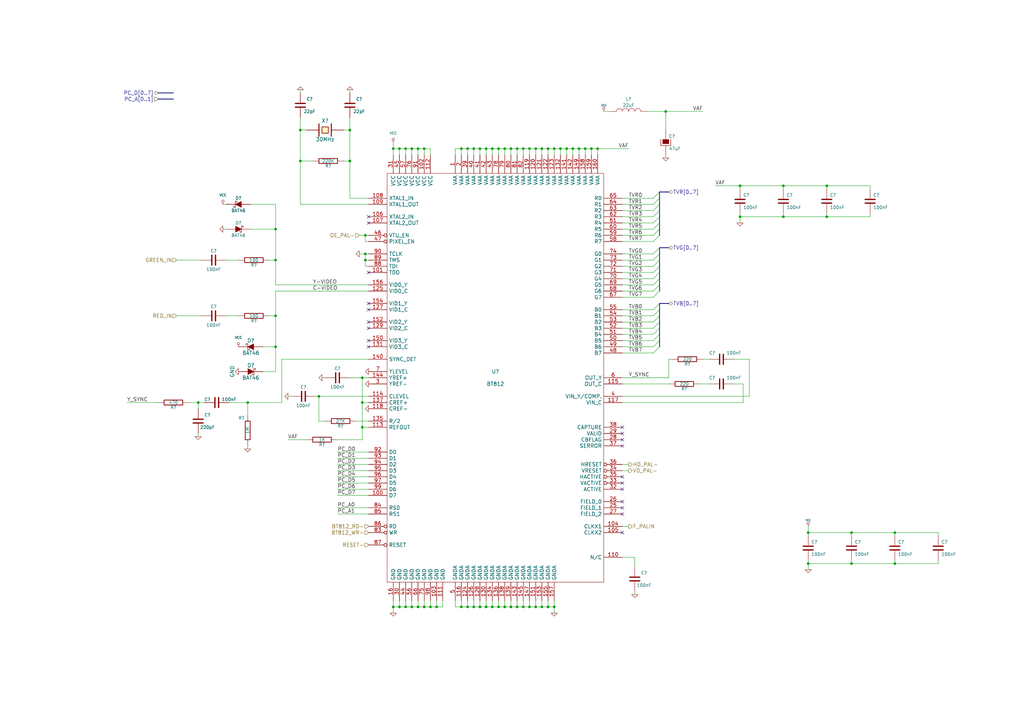
<source format=kicad_sch>
(kicad_sch (version 20250114) (generator "eeschema") (generator_version "9.0")
  (paper "A3")
  (title_block (title "Video") (date "Sun 22 Mar 2015") (rev "2.0B") (company "Kicad EDA"))
  (lib_symbols
    (symbol "video_schlib:BT812" (pin_names (offset 0.762))
      (property "Reference" "U" (at 47.498 85.09 0))
      (property "Value" "BT812" (at 31.242 -85.09 0))
      (symbol "BT812_1_1"
        (pin input line (at -52.07 73.66 0) (length 7.62) (name "XTAL1_IN") (number "108"))
        (pin output line (at -52.07 71.12 0) (length 7.62) (name "XTAL1_OUT") (number "109"))
        (pin input line (at -52.07 66.04 0) (length 7.62) (name "XTAL2_IN") (number "106"))
        (pin output line (at -52.07 63.5 0) (length 7.62) (name "XTAL2_OUT") (number "107"))
        (pin input inverted (at -52.07 58.42 0) (length 7.62) (name "VTU_EN") (number "46"))
        (pin input inverted (at -52.07 55.88 0) (length 7.62) (name "PIXEL_EN") (number "47"))
        (pin input line (at -52.07 50.8 0) (length 7.62) (name "TCLK") (number "90"))
        (pin input line (at -52.07 48.26 0) (length 7.62) (name "TMS") (number "89"))
        (pin input line (at -52.07 45.72 0) (length 7.62) (name "TDI") (number "88"))
        (pin output line (at -52.07 43.18 0) (length 7.62) (name "TDO") (number "101"))
        (pin input line (at -52.07 38.1 0) (length 7.62) (name "VID0_Y") (number "156"))
        (pin input line (at -52.07 35.56 0) (length 7.62) (name "VID0_C") (number "125"))
        (pin input line (at -52.07 30.48 0) (length 7.62) (name "VID1_Y") (number "154"))
        (pin input line (at -52.07 27.94 0) (length 7.62) (name "VID1_C") (number "127"))
        (pin input line (at -52.07 22.86 0) (length 7.62) (name "VID2_Y") (number "152"))
        (pin input line (at -52.07 20.32 0) (length 7.62) (name "VID2_C") (number "129"))
        (pin input line (at -52.07 15.24 0) (length 7.62) (name "VID3_Y") (number "150"))
        (pin input line (at -52.07 12.7 0) (length 7.62) (name "VID3_C") (number "131"))
        (pin input line (at -52.07 7.62 0) (length 7.62) (name "SYNC_DET") (number "140"))
        (pin input line (at -52.07 2.54 0) (length 7.62) (name "YLEVEL") (number "7"))
        (pin input line (at -52.07 0 0) (length 7.62) (name "YREF+") (number "144"))
        (pin input line (at -52.07 -2.54 0) (length 7.62) (name "YREF-") (number "3"))
        (pin input line (at -52.07 -7.62 0) (length 7.62) (name "CLEVEL") (number "114"))
        (pin input line (at -52.07 -10.16 0) (length 7.62) (name "CREF+") (number "137"))
        (pin input line (at -52.07 -12.7 0) (length 7.62) (name "CREF-") (number "118"))
        (pin input line (at -52.07 -17.78 0) (length 7.62) (name "R/2") (number "135"))
        (pin output line (at -52.07 -20.32 0) (length 7.62) (name "REFOUT") (number "113"))
        (pin tri_state line (at -52.07 -30.48 0) (length 7.62) (name "D0") (number "92"))
        (pin tri_state line (at -52.07 -33.02 0) (length 7.62) (name "D1") (number "93"))
        (pin tri_state line (at -52.07 -35.56 0) (length 7.62) (name "D2") (number "94"))
        (pin tri_state line (at -52.07 -38.1 0) (length 7.62) (name "D3") (number "95"))
        (pin tri_state line (at -52.07 -40.64 0) (length 7.62) (name "D4") (number "96"))
        (pin tri_state line (at -52.07 -43.18 0) (length 7.62) (name "D5") (number "97"))
        (pin tri_state line (at -52.07 -45.72 0) (length 7.62) (name "D6") (number "99"))
        (pin tri_state line (at -52.07 -48.26 0) (length 7.62) (name "D7") (number "100"))
        (pin input line (at -52.07 -53.34 0) (length 7.62) (name "RS0") (number "84"))
        (pin input line (at -52.07 -55.88 0) (length 7.62) (name "RS1") (number "85"))
        (pin input inverted (at -52.07 -60.96 0) (length 7.62) (name "RD") (number "86"))
        (pin input inverted (at -52.07 -63.5 0) (length 7.62) (name "WR") (number "83"))
        (pin input inverted (at -52.07 -68.58 0) (length 7.62) (name "RESET") (number "87"))
        (pin input line (at -41.91 91.44 270) (length 7.62) (name "VCC") (number "31"))
        (pin input line (at -41.91 -91.44 90) (length 7.62) (name "GND") (number "16"))
        (pin input line (at -39.37 91.44 270) (length 7.62) (name "VCC") (number "45"))
        (pin input line (at -39.37 -91.44 90) (length 7.62) (name "GND") (number "30"))
        (pin input line (at -36.83 91.44 270) (length 7.62) (name "VCC") (number "57"))
        (pin input line (at -36.83 -91.44 90) (length 7.62) (name "GND") (number "44"))
        (pin input line (at -34.29 91.44 270) (length 7.62) (name "VCC") (number "76"))
        (pin input line (at -34.29 -91.44 90) (length 7.62) (name "GND") (number "56"))
        (pin passive line (at -31.75 91.44 270) (length 7.62) (name "VCC") (number "91"))
        (pin input line (at -31.75 -91.44 90) (length 7.62) (name "GND") (number "66"))
        (pin input line (at -29.21 91.44 270) (length 7.62) (name "VCC") (number "102"))
        (pin input line (at -29.21 -91.44 90) (length 7.62) (name "GND") (number "75"))
        (pin input line (at -26.67 91.44 270) (length 7.62) (name "VCC") (number "112"))
        (pin input line (at -26.67 -91.44 90) (length 7.62) (name "GND") (number "98"))
        (pin input line (at -24.13 -91.44 90) (length 7.62) (name "GND") (number "103"))
        (pin input line (at -21.59 -91.44 90) (length 7.62) (name "GND") (number "111"))
        (pin input line (at -16.51 91.44 270) (length 7.62) (name "VAA") (number "1"))
        (pin input line (at -16.51 -91.44 90) (length 7.62) (name "GNDA") (number "5"))
        (pin input line (at -13.97 91.44 270) (length 7.62) (name "VAA") (number "2"))
        (pin input line (at -13.97 -91.44 90) (length 7.62) (name "GNDA") (number "116"))
        (pin input line (at -11.43 91.44 270) (length 7.62) (name "VAA") (number "39"))
        (pin input line (at -11.43 -91.44 90) (length 7.62) (name "GNDA") (number "124"))
        (pin input line (at -8.89 91.44 270) (length 7.62) (name "VAA") (number "40"))
        (pin input line (at -8.89 -91.44 90) (length 7.62) (name "GNDA") (number "126"))
        (pin input line (at -6.35 91.44 270) (length 7.62) (name "VAA") (number "41"))
        (pin input line (at -6.35 -91.44 90) (length 7.62) (name "GNDA") (number "128"))
        (pin input line (at -3.81 91.44 270) (length 7.62) (name "VAA") (number "42"))
        (pin input line (at -3.81 -91.44 90) (length 7.62) (name "GNDA") (number "130"))
        (pin input line (at -1.27 91.44 270) (length 7.62) (name "VAA") (number "43"))
        (pin input line (at -1.27 -91.44 90) (length 7.62) (name "GNDA") (number "134"))
        (pin input line (at 1.27 91.44 270) (length 7.62) (name "VAA") (number "78"))
        (pin input line (at 1.27 -91.44 90) (length 7.62) (name "GNDA") (number "136"))
        (pin input line (at 3.81 91.44 270) (length 7.62) (name "VAA") (number "79"))
        (pin input line (at 3.81 -91.44 90) (length 7.62) (name "GNDA") (number "138"))
        (pin input line (at 6.35 91.44 270) (length 7.62) (name "VAA") (number "80"))
        (pin input line (at 6.35 -91.44 90) (length 7.62) (name "GNDA") (number "139"))
        (pin input line (at 8.89 91.44 270) (length 7.62) (name "VAA") (number "81"))
        (pin input line (at 8.89 -91.44 90) (length 7.62) (name "GNDA") (number "143"))
        (pin input line (at 11.43 91.44 270) (length 7.62) (name "VAA") (number "82"))
        (pin input line (at 11.43 -91.44 90) (length 7.62) (name "GNDA") (number "145"))
        (pin input line (at 13.97 91.44 270) (length 7.62) (name "VAA") (number "119"))
        (pin input line (at 13.97 -91.44 90) (length 7.62) (name "GNDA") (number "147"))
        (pin input line (at 16.51 91.44 270) (length 7.62) (name "VAA") (number "120"))
        (pin input line (at 16.51 -91.44 90) (length 7.62) (name "GNDA") (number "151"))
        (pin input line (at 19.05 91.44 270) (length 7.62) (name "VAA") (number "121"))
        (pin input line (at 19.05 -91.44 90) (length 7.62) (name "GNDA") (number "153"))
        (pin input line (at 21.59 91.44 270) (length 7.62) (name "VAA") (number "122"))
        (pin input line (at 21.59 -91.44 90) (length 7.62) (name "GNDA") (number "155"))
        (pin passive line (at 24.13 91.44 270) (length 7.62) (name "VAA") (number "123"))
        (pin input line (at 24.13 -91.44 90) (length 7.62) (name "GNDA") (number "157"))
        (pin input line (at 26.67 91.44 270) (length 7.62) (name "VAA") (number "132"))
        (pin input line (at 29.21 91.44 270) (length 7.62) (name "VAA") (number "141"))
        (pin input line (at 31.75 91.44 270) (length 7.62) (name "VAA") (number "142"))
        (pin input line (at 34.29 91.44 270) (length 7.62) (name "VAA") (number "149"))
        (pin input line (at 36.83 91.44 270) (length 7.62) (name "VAA") (number "158"))
        (pin input line (at 39.37 91.44 270) (length 7.62) (name "VAA") (number "159"))
        (pin input line (at 41.91 91.44 270) (length 7.62) (name "VAA") (number "160"))
        (pin tri_state line (at 52.07 73.66 180) (length 7.62) (name "R0") (number "65"))
        (pin tri_state line (at 52.07 71.12 180) (length 7.62) (name "R1") (number "64"))
        (pin tri_state line (at 52.07 68.58 180) (length 7.62) (name "R2") (number "63"))
        (pin tri_state line (at 52.07 66.04 180) (length 7.62) (name "R3") (number "62"))
        (pin tri_state line (at 52.07 63.5 180) (length 7.62) (name "R4") (number "61"))
        (pin tri_state line (at 52.07 60.96 180) (length 7.62) (name "R5") (number "60"))
        (pin tri_state line (at 52.07 58.42 180) (length 7.62) (name "R6") (number "59"))
        (pin tri_state line (at 52.07 55.88 180) (length 7.62) (name "R7") (number "58"))
        (pin tri_state line (at 52.07 50.8 180) (length 7.62) (name "G0") (number "74"))
        (pin tri_state line (at 52.07 48.26 180) (length 7.62) (name "G1") (number "73"))
        (pin tri_state line (at 52.07 45.72 180) (length 7.62) (name "G2") (number "72"))
        (pin tri_state line (at 52.07 43.18 180) (length 7.62) (name "G3") (number "71"))
        (pin tri_state line (at 52.07 40.64 180) (length 7.62) (name "G4") (number "70"))
        (pin tri_state line (at 52.07 38.1 180) (length 7.62) (name "G5") (number "69"))
        (pin tri_state line (at 52.07 35.56 180) (length 7.62) (name "G6") (number "68"))
        (pin tri_state line (at 52.07 33.02 180) (length 7.62) (name "G7") (number "67"))
        (pin tri_state line (at 52.07 27.94 180) (length 7.62) (name "B0") (number "55"))
        (pin tri_state line (at 52.07 25.4 180) (length 7.62) (name "B1") (number "54"))
        (pin tri_state line (at 52.07 22.86 180) (length 7.62) (name "B2") (number "53"))
        (pin tri_state line (at 52.07 20.32 180) (length 7.62) (name "B3") (number "52"))
        (pin tri_state line (at 52.07 17.78 180) (length 7.62) (name "B4") (number "51"))
        (pin tri_state line (at 52.07 15.24 180) (length 7.62) (name "B5") (number "50"))
        (pin tri_state line (at 52.07 12.7 180) (length 7.62) (name "B6") (number "49"))
        (pin tri_state line (at 52.07 10.16 180) (length 7.62) (name "B7") (number "48"))
        (pin output line (at 52.07 0 180) (length 7.62) (name "OUT_Y") (number "6"))
        (pin output line (at 52.07 -2.54 180) (length 7.62) (name "OUT_C") (number "115"))
        (pin input line (at 52.07 -7.62 180) (length 7.62) (name "VIN_Y/COMP.") (number "4"))
        (pin input line (at 52.07 -10.16 180) (length 7.62) (name "VIN_C") (number "117"))
        (pin output line (at 52.07 -20.32 180) (length 7.62) (name "CAPTURE") (number "38"))
        (pin output line (at 52.07 -22.86 180) (length 7.62) (name "VALID") (number "29"))
        (pin output line (at 52.07 -25.4 180) (length 7.62) (name "CBFLAG") (number "28"))
        (pin output line (at 52.07 -27.94 180) (length 7.62) (name "SERROR") (number "37"))
        (pin output inverted (at 52.07 -35.56 180) (length 7.62) (name "HRESET") (number "36"))
        (pin output inverted (at 52.07 -38.1 180) (length 7.62) (name "VRESET") (number "34"))
        (pin output inverted (at 52.07 -40.64 180) (length 7.62) (name "HACTIVE") (number "35"))
        (pin output inverted (at 52.07 -43.18 180) (length 7.62) (name "VACTIVE") (number "33"))
        (pin output line (at 52.07 -45.72 180) (length 7.62) (name "ACTIVE") (number "32"))
        (pin bidirectional line (at 52.07 -50.8 180) (length 7.62) (name "FIELD_0") (number "26"))
        (pin bidirectional line (at 52.07 -53.34 180) (length 7.62) (name "FIELD_1") (number "25"))
        (pin output line (at 52.07 -55.88 180) (length 7.62) (name "FIELD_2") (number "27"))
        (pin output line (at 52.07 -60.96 180) (length 7.62) (name "CLKX1") (number "104"))
        (pin output line (at 52.07 -63.5 180) (length 7.62) (name "CLKX2") (number "105"))
        (pin input line (at 52.07 -73.66 180) (length 7.62) (name "N/C") (number "110"))
      )
    )
    (symbol "video_schlib:C" (pin_numbers (hide yes)) (pin_names (offset 0.254))
      (property "Reference" "C" (at 0 2.54 0))
      (property "Value" "C" (at 0.1524 -2.159 0))
      (symbol "C_1_1"
        (pin passive line (at 0 5.08 270) (length 4.318) (name "~") (number "1"))
        (pin passive line (at 0 -5.08 90) (length 4.318) (name "~") (number "2"))
      )
    )
    (symbol "video_schlib:CP" (pin_numbers (hide yes)) (pin_names (offset 0.254) (hide yes))
      (property "Reference" "C" (at 1.27 2.54 0))
      (property "Value" "CP" (at 1.27 -2.54 0))
      (symbol "CP_1_1"
        (pin passive line (at 0 5.08 270) (length 3.81) (name "~") (number "1"))
        (pin passive line (at 0 -5.08 90) (length 3.81) (name "~") (number "2"))
      )
    )
    (symbol "video_schlib:CRYSTAL" (pin_numbers (hide yes)) (pin_names (offset 1.016) (hide yes))
      (property "Reference" "X" (at 0 3.81 0))
      (property "Value" "CRYSTAL" (at 0 -3.81 0))
      (symbol "CRYSTAL_1_1"
        (pin passive line (at -7.62 0 0) (length 5.08) (name "1") (number "1"))
        (pin passive line (at 7.62 0 180) (length 5.08) (name "2") (number "2"))
      )
    )
    (symbol "video_schlib:DIODESCH" (pin_numbers (hide yes)) (pin_names (offset 1.016) (hide yes))
      (property "Reference" "D" (at 0 2.54 0))
      (property "Value" "DIODESCH" (at 0 -2.54 0))
      (symbol "DIODESCH_1_1"
        (pin passive line (at -5.08 0 0) (length 3.81) (name "A") (number "1"))
        (pin passive line (at 5.08 0 180) (length 3.81) (name "K") (number "2"))
      )
    )
    (symbol "video_schlib:GND" (power) (pin_names (offset 0))
      (symbol "GND_1_1"
        (pin power_in line (at 0 0 90) (length 0) (hide yes) (name "GND") (number "1"))
      )
    )
    (symbol "video_schlib:INDUCTOR" (pin_numbers (hide yes)) (pin_names (offset 1.016) (hide yes))
      (property "Reference" "L" (at -1.27 0 90))
      (property "Value" "INDUCTOR" (at 2.54 0 90))
      (symbol "INDUCTOR_1_1"
        (pin passive line (at 0 7.62 270) (length 2.54) (name "1") (number "1"))
        (pin passive line (at 0 -7.62 90) (length 2.54) (name "2") (number "2"))
      )
    )
    (symbol "video_schlib:R" (pin_numbers (hide yes)) (pin_names (offset 0))
      (property "Reference" "R" (at 2.032 0 90))
      (property "Value" "R" (at 0.1778 0.0254 90))
      (symbol "R_1_1"
        (pin passive line (at 0 6.35 270) (length 2.54) (name "~") (number "1"))
        (pin passive line (at 0 -6.35 90) (length 2.54) (name "~") (number "2"))
      )
    )
    (symbol "video_schlib:VCC" (power) (pin_names (offset 0))
      (property "Value" "VCC" (at 0 2.54 0))
      (symbol "VCC_0_0"
        (pin power_in line (at 0 0 90) (length 0) (hide yes) (name "VCC") (number "1"))
      )
    )
  )
  (junction (at 234.95 60.96) (diameter 0.9144))
  (junction (at 113.03 129.54) (diameter 0.9144))
  (junction (at 209.55 60.96) (diameter 0.9144))
  (junction (at 171.45 60.96) (diameter 0.9144))
  (junction (at 166.37 60.96) (diameter 0.9144))
  (junction (at 123.19 53.34) (diameter 0.9144))
  (junction (at 149.86 96.52) (diameter 0.9144))
  (junction (at 149.86 104.14) (diameter 0.9144))
  (junction (at 113.03 142.24) (diameter 0.9144))
  (junction (at 214.63 60.96) (diameter 0.9144))
  (junction (at 173.99 248.92) (diameter 0.9144))
  (junction (at 81.28 165.1) (diameter 0.9144))
  (junction (at 339.09 76.2) (diameter 0.9144))
  (junction (at 227.33 248.92) (diameter 0.9144))
  (junction (at 201.93 60.96) (diameter 0.9144))
  (junction (at 163.83 60.96) (diameter 0.9144))
  (junction (at 143.51 66.04) (diameter 0.9144))
  (junction (at 242.57 60.96) (diameter 0.9144))
  (junction (at 273.05 45.72) (diameter 0.9144))
  (junction (at 219.71 60.96) (diameter 0.9144))
  (junction (at 245.11 60.96) (diameter 0.9144))
  (junction (at 321.31 88.9) (diameter 0.9144))
  (junction (at 148.59 175.26) (diameter 0.9144))
  (junction (at 232.41 60.96) (diameter 0.9144))
  (junction (at 207.01 60.96) (diameter 0.9144))
  (junction (at 237.49 60.96) (diameter 0.9144))
  (junction (at 161.29 60.96) (diameter 0.9144))
  (junction (at 123.19 66.04) (diameter 0.9144))
  (junction (at 171.45 248.92) (diameter 0.9144))
  (junction (at 204.47 248.92) (diameter 0.9144))
  (junction (at 113.03 93.98) (diameter 0.9144))
  (junction (at 204.47 60.96) (diameter 0.9144))
  (junction (at 331.47 218.44) (diameter 0.9144))
  (junction (at 163.83 248.92) (diameter 0.9144))
  (junction (at 349.25 218.44) (diameter 0.9144))
  (junction (at 101.6 165.1) (diameter 0.9144))
  (junction (at 207.01 248.92) (diameter 0.9144))
  (junction (at 222.25 248.92) (diameter 0.9144))
  (junction (at 212.09 60.96) (diameter 0.9144))
  (junction (at 148.59 154.94) (diameter 0.9144))
  (junction (at 217.17 60.96) (diameter 0.9144))
  (junction (at 229.87 60.96) (diameter 0.9144))
  (junction (at 130.81 162.56) (diameter 0.9144))
  (junction (at 212.09 248.92) (diameter 0.9144))
  (junction (at 199.39 60.96) (diameter 0.9144))
  (junction (at 339.09 88.9) (diameter 0.9144))
  (junction (at 176.53 248.92) (diameter 0.9144))
  (junction (at 331.47 231.14) (diameter 0.9144))
  (junction (at 191.77 60.96) (diameter 0.9144))
  (junction (at 189.23 60.96) (diameter 0.9144))
  (junction (at 194.31 248.92) (diameter 0.9144))
  (junction (at 196.85 60.96) (diameter 0.9144))
  (junction (at 303.53 88.9) (diameter 0.9144))
  (junction (at 179.07 248.92) (diameter 0.9144))
  (junction (at 222.25 60.96) (diameter 0.9144))
  (junction (at 303.53 76.2) (diameter 0.9144))
  (junction (at 173.99 60.96) (diameter 0.9144))
  (junction (at 217.17 248.92) (diameter 0.9144))
  (junction (at 143.51 53.34) (diameter 0.9144))
  (junction (at 166.37 248.92) (diameter 0.9144))
  (junction (at 349.25 231.14) (diameter 0.9144))
  (junction (at 240.03 60.96) (diameter 0.9144))
  (junction (at 367.03 218.44) (diameter 0.9144))
  (junction (at 161.29 248.92) (diameter 0.9144))
  (junction (at 367.03 231.14) (diameter 0.9144))
  (junction (at 214.63 248.92) (diameter 0.9144))
  (junction (at 148.59 165.1) (diameter 0.9144))
  (junction (at 199.39 248.92) (diameter 0.9144))
  (junction (at 321.31 76.2) (diameter 0.9144))
  (junction (at 113.03 106.68) (diameter 0.9144))
  (junction (at 196.85 248.92) (diameter 0.9144))
  (junction (at 191.77 248.92) (diameter 0.9144))
  (junction (at 219.71 248.92) (diameter 0.9144))
  (junction (at 201.93 248.92) (diameter 0.9144))
  (junction (at 209.55 248.92) (diameter 0.9144))
  (junction (at 189.23 248.92) (diameter 0.9144))
  (junction (at 194.31 60.96) (diameter 0.9144))
  (junction (at 168.91 60.96) (diameter 0.9144))
  (junction (at 149.86 106.68) (diameter 0.9144))
  (junction (at 224.79 60.96) (diameter 0.9144))
  (junction (at 168.91 248.92) (diameter 0.9144))
  (junction (at 227.33 60.96) (diameter 0.9144))
  (junction (at 224.79 248.92) (diameter 0.9144))
  (no_connect (at 255.27 205.74))
  (no_connect (at 255.27 198.12))
  (no_connect (at 151.13 124.46))
  (no_connect (at 255.27 175.26))
  (no_connect (at 151.13 91.44))
  (no_connect (at 255.27 177.8))
  (no_connect (at 151.13 127))
  (no_connect (at 255.27 208.28))
  (no_connect (at 255.27 218.44))
  (no_connect (at 255.27 195.58))
  (no_connect (at 255.27 180.34))
  (no_connect (at 255.27 200.66))
  (no_connect (at 151.13 134.62))
  (no_connect (at 255.27 210.82))
  (no_connect (at 151.13 111.76))
  (no_connect (at 151.13 139.7))
  (no_connect (at 151.13 142.24))
  (no_connect (at 151.13 132.08))
  (no_connect (at 255.27 182.88))
  (no_connect (at 151.13 88.9))
  (bus_entry (at 267.97 93.98) (size 2.54 -2.54) (stroke (width 0.1524)))
  (bus_entry (at 267.97 86.36) (size 2.54 -2.54) (stroke (width 0.1524)))
  (bus_entry (at 267.97 121.92) (size 2.54 -2.54) (stroke (width 0.1524)))
  (bus_entry (at 267.97 127) (size 2.54 -2.54) (stroke (width 0.1524)))
  (bus_entry (at 267.97 114.3) (size 2.54 -2.54) (stroke (width 0.1524)))
  (bus_entry (at 267.97 83.82) (size 2.54 -2.54) (stroke (width 0.1524)))
  (bus_entry (at 267.97 139.7) (size 2.54 -2.54) (stroke (width 0.1524)))
  (bus_entry (at 267.97 116.84) (size 2.54 -2.54) (stroke (width 0.1524)))
  (bus_entry (at 267.97 144.78) (size 2.54 -2.54) (stroke (width 0.1524)))
  (bus_entry (at 267.97 81.28) (size 2.54 -2.54) (stroke (width 0.1524)))
  (bus_entry (at 267.97 109.22) (size 2.54 -2.54) (stroke (width 0.1524)))
  (bus_entry (at 267.97 134.62) (size 2.54 -2.54) (stroke (width 0.1524)))
  (bus_entry (at 267.97 111.76) (size 2.54 -2.54) (stroke (width 0.1524)))
  (bus_entry (at 267.97 106.68) (size 2.54 -2.54) (stroke (width 0.1524)))
  (bus_entry (at 267.97 99.06) (size 2.54 -2.54) (stroke (width 0.1524)))
  (bus_entry (at 267.97 132.08) (size 2.54 -2.54) (stroke (width 0.1524)))
  (bus_entry (at 267.97 142.24) (size 2.54 -2.54) (stroke (width 0.1524)))
  (bus_entry (at 267.97 104.14) (size 2.54 -2.54) (stroke (width 0.1524)))
  (bus_entry (at 267.97 137.16) (size 2.54 -2.54) (stroke (width 0.1524)))
  (bus_entry (at 267.97 129.54) (size 2.54 -2.54) (stroke (width 0.1524)))
  (bus_entry (at 267.97 119.38) (size 2.54 -2.54) (stroke (width 0.1524)))
  (bus_entry (at 267.97 88.9) (size 2.54 -2.54) (stroke (width 0.1524)))
  (bus_entry (at 267.97 96.52) (size 2.54 -2.54) (stroke (width 0.1524)))
  (bus_entry (at 267.97 91.44) (size 2.54 -2.54) (stroke (width 0.1524)))
  (wire (pts (xy 255.27 109.22) (xy 267.97 109.22)))
  (wire (pts (xy 173.99 60.96) (xy 173.99 63.5)))
  (wire (pts (xy 102.87 83.82) (xy 113.03 83.82)))
  (wire (pts (xy 123.19 48.26) (xy 123.19 53.34)))
  (wire (pts (xy 273.05 45.72) (xy 273.05 53.34)))
  (wire (pts (xy 245.11 60.96) (xy 245.11 63.5)))
  (wire (pts (xy 81.28 165.1) (xy 83.82 165.1)))
  (wire (pts (xy 189.23 60.96) (xy 191.77 60.96)))
  (bus (pts (xy 270.51 86.36) (xy 270.51 88.9)))
  (wire (pts (xy 191.77 60.96) (xy 191.77 63.5)))
  (wire (pts (xy 207.01 248.92) (xy 209.55 248.92)))
  (wire (pts (xy 149.86 104.14) (xy 151.13 104.14)))
  (wire (pts (xy 171.45 60.96) (xy 171.45 63.5)))
  (wire (pts (xy 166.37 246.38) (xy 166.37 248.92)))
  (wire (pts (xy 196.85 60.96) (xy 196.85 63.5)))
  (wire (pts (xy 224.79 246.38) (xy 224.79 248.92)))
  (wire (pts (xy 148.59 154.94) (xy 148.59 165.1)))
  (wire (pts (xy 138.43 203.2) (xy 151.13 203.2)))
  (wire (pts (xy 242.57 60.96) (xy 245.11 60.96)))
  (wire (pts (xy 179.07 248.92) (xy 181.61 248.92)))
  (bus (pts (xy 270.51 106.68) (xy 270.51 109.22)))
  (wire (pts (xy 140.97 66.04) (xy 143.51 66.04)))
  (wire (pts (xy 349.25 218.44) (xy 367.03 218.44)))
  (wire (pts (xy 179.07 246.38) (xy 179.07 248.92)))
  (wire (pts (xy 194.31 248.92) (xy 196.85 248.92)))
  (wire (pts (xy 384.81 231.14) (xy 384.81 229.87)))
  (wire (pts (xy 123.19 53.34) (xy 125.73 53.34)))
  (wire (pts (xy 224.79 248.92) (xy 227.33 248.92)))
  (wire (pts (xy 113.03 119.38) (xy 113.03 129.54)))
  (wire (pts (xy 303.53 77.47) (xy 303.53 76.2)))
  (wire (pts (xy 148.59 165.1) (xy 151.13 165.1)))
  (bus (pts (xy 270.51 109.22) (xy 270.51 111.76)))
  (wire (pts (xy 166.37 60.96) (xy 166.37 63.5)))
  (wire (pts (xy 191.77 60.96) (xy 194.31 60.96)))
  (wire (pts (xy 255.27 106.68) (xy 267.97 106.68)))
  (wire (pts (xy 151.13 119.38) (xy 113.03 119.38)))
  (wire (pts (xy 163.83 60.96) (xy 163.83 63.5)))
  (wire (pts (xy 219.71 248.92) (xy 222.25 248.92)))
  (wire (pts (xy 207.01 60.96) (xy 207.01 63.5)))
  (wire (pts (xy 93.98 165.1) (xy 101.6 165.1)))
  (wire (pts (xy 138.43 190.5) (xy 151.13 190.5)))
  (wire (pts (xy 255.27 127) (xy 267.97 127)))
  (wire (pts (xy 199.39 246.38) (xy 199.39 248.92)))
  (wire (pts (xy 204.47 60.96) (xy 204.47 63.5)))
  (wire (pts (xy 92.71 106.68) (xy 97.79 106.68)))
  (wire (pts (xy 265.43 45.72) (xy 273.05 45.72)))
  (wire (pts (xy 234.95 60.96) (xy 234.95 63.5)))
  (wire (pts (xy 168.91 60.96) (xy 168.91 63.5)))
  (wire (pts (xy 138.43 198.12) (xy 151.13 198.12)))
  (bus (pts (xy 274.32 124.46) (xy 270.51 124.46)))
  (wire (pts (xy 173.99 60.96) (xy 176.53 60.96)))
  (wire (pts (xy 113.03 93.98) (xy 113.03 106.68)))
  (wire (pts (xy 255.27 114.3) (xy 267.97 114.3)))
  (bus (pts (xy 64.77 38.1) (xy 71.12 38.1)))
  (wire (pts (xy 219.71 60.96) (xy 222.25 60.96)))
  (wire (pts (xy 321.31 76.2) (xy 339.09 76.2)))
  (wire (pts (xy 331.47 229.87) (xy 331.47 231.14)))
  (wire (pts (xy 171.45 246.38) (xy 171.45 248.92)))
  (wire (pts (xy 255.27 215.9) (xy 257.81 215.9)))
  (wire (pts (xy 149.86 104.14) (xy 149.86 106.68)))
  (wire (pts (xy 168.91 248.92) (xy 171.45 248.92)))
  (wire (pts (xy 138.43 187.96) (xy 151.13 187.96)))
  (wire (pts (xy 176.53 60.96) (xy 176.53 63.5)))
  (wire (pts (xy 113.03 116.84) (xy 151.13 116.84)))
  (wire (pts (xy 151.13 99.06) (xy 149.86 99.06)))
  (wire (pts (xy 81.28 165.1) (xy 81.28 167.64)))
  (wire (pts (xy 123.19 53.34) (xy 123.19 66.04)))
  (wire (pts (xy 77.47 165.1) (xy 81.28 165.1)))
  (wire (pts (xy 161.29 60.96) (xy 161.29 63.5)))
  (wire (pts (xy 147.32 96.52) (xy 149.86 96.52)))
  (wire (pts (xy 255.27 134.62) (xy 267.97 134.62)))
  (wire (pts (xy 367.03 231.14) (xy 384.81 231.14)))
  (wire (pts (xy 255.27 88.9) (xy 267.97 88.9)))
  (wire (pts (xy 303.53 87.63) (xy 303.53 88.9)))
  (wire (pts (xy 186.69 60.96) (xy 189.23 60.96)))
  (wire (pts (xy 173.99 248.92) (xy 176.53 248.92)))
  (wire (pts (xy 81.28 177.8) (xy 81.28 179.07)))
  (wire (pts (xy 214.63 246.38) (xy 214.63 248.92)))
  (wire (pts (xy 115.57 165.1) (xy 115.57 147.32)))
  (wire (pts (xy 138.43 185.42) (xy 151.13 185.42)))
  (wire (pts (xy 367.03 218.44) (xy 367.03 219.71)))
  (wire (pts (xy 300.99 157.48) (xy 304.8 157.48)))
  (bus (pts (xy 270.51 91.44) (xy 270.51 93.98)))
  (wire (pts (xy 101.6 165.1) (xy 115.57 165.1)))
  (wire (pts (xy 138.43 193.04) (xy 151.13 193.04)))
  (wire (pts (xy 123.19 66.04) (xy 128.27 66.04)))
  (wire (pts (xy 143.51 154.94) (xy 148.59 154.94)))
  (wire (pts (xy 110.49 106.68) (xy 113.03 106.68)))
  (wire (pts (xy 222.25 248.92) (xy 224.79 248.92)))
  (wire (pts (xy 207.01 60.96) (xy 209.55 60.96)))
  (wire (pts (xy 255.27 129.54) (xy 267.97 129.54)))
  (bus (pts (xy 270.51 137.16) (xy 270.51 139.7)))
  (wire (pts (xy 255.27 142.24) (xy 267.97 142.24)))
  (wire (pts (xy 255.27 86.36) (xy 267.97 86.36)))
  (wire (pts (xy 143.51 66.04) (xy 143.51 81.28)))
  (wire (pts (xy 227.33 246.38) (xy 227.33 248.92)))
  (bus (pts (xy 270.51 104.14) (xy 270.51 106.68)))
  (wire (pts (xy 199.39 60.96) (xy 199.39 63.5)))
  (wire (pts (xy 140.97 53.34) (xy 143.51 53.34)))
  (wire (pts (xy 189.23 60.96) (xy 189.23 63.5)))
  (wire (pts (xy 113.03 83.82) (xy 113.03 93.98)))
  (wire (pts (xy 224.79 60.96) (xy 227.33 60.96)))
  (wire (pts (xy 194.31 60.96) (xy 194.31 63.5)))
  (wire (pts (xy 186.69 60.96) (xy 186.69 63.5)))
  (wire (pts (xy 143.51 48.26) (xy 143.51 53.34)))
  (wire (pts (xy 186.69 248.92) (xy 186.69 246.38)))
  (wire (pts (xy 149.86 106.68) (xy 151.13 106.68)))
  (wire (pts (xy 138.43 195.58) (xy 151.13 195.58)))
  (wire (pts (xy 209.55 248.92) (xy 212.09 248.92)))
  (bus (pts (xy 274.32 101.6) (xy 270.51 101.6)))
  (wire (pts (xy 217.17 248.92) (xy 219.71 248.92)))
  (wire (pts (xy 331.47 215.9) (xy 331.47 218.44)))
  (wire (pts (xy 173.99 246.38) (xy 173.99 248.92)))
  (wire (pts (xy 255.27 104.14) (xy 267.97 104.14)))
  (wire (pts (xy 199.39 248.92) (xy 201.93 248.92)))
  (wire (pts (xy 255.27 139.7) (xy 267.97 139.7)))
  (wire (pts (xy 222.25 60.96) (xy 222.25 63.5)))
  (wire (pts (xy 287.02 157.48) (xy 290.83 157.48)))
  (wire (pts (xy 123.19 83.82) (xy 151.13 83.82)))
  (wire (pts (xy 212.09 248.92) (xy 214.63 248.92)))
  (wire (pts (xy 274.32 154.94) (xy 274.32 147.32)))
  (bus (pts (xy 270.51 111.76) (xy 270.51 114.3)))
  (wire (pts (xy 339.09 88.9) (xy 356.87 88.9)))
  (wire (pts (xy 255.27 81.28) (xy 267.97 81.28)))
  (wire (pts (xy 247.65 45.72) (xy 250.19 45.72)))
  (bus (pts (xy 274.32 78.74) (xy 270.51 78.74)))
  (wire (pts (xy 110.49 129.54) (xy 113.03 129.54)))
  (wire (pts (xy 219.71 246.38) (xy 219.71 248.92)))
  (wire (pts (xy 118.11 162.56) (xy 119.38 162.56)))
  (wire (pts (xy 130.81 172.72) (xy 133.35 172.72)))
  (wire (pts (xy 255.27 119.38) (xy 267.97 119.38)))
  (bus (pts (xy 270.51 114.3) (xy 270.51 116.84)))
  (wire (pts (xy 138.43 210.82) (xy 151.13 210.82)))
  (wire (pts (xy 255.27 154.94) (xy 274.32 154.94)))
  (wire (pts (xy 196.85 246.38) (xy 196.85 248.92)))
  (wire (pts (xy 237.49 60.96) (xy 237.49 63.5)))
  (wire (pts (xy 196.85 60.96) (xy 199.39 60.96)))
  (wire (pts (xy 234.95 60.96) (xy 237.49 60.96)))
  (wire (pts (xy 356.87 76.2) (xy 356.87 77.47)))
  (wire (pts (xy 186.69 248.92) (xy 189.23 248.92)))
  (wire (pts (xy 161.29 60.96) (xy 163.83 60.96)))
  (wire (pts (xy 349.25 218.44) (xy 349.25 219.71)))
  (wire (pts (xy 214.63 60.96) (xy 214.63 63.5)))
  (bus (pts (xy 270.51 93.98) (xy 270.51 96.52)))
  (wire (pts (xy 101.6 165.1) (xy 101.6 170.18)))
  (wire (pts (xy 307.34 162.56) (xy 307.34 147.32)))
  (wire (pts (xy 171.45 248.92) (xy 173.99 248.92)))
  (wire (pts (xy 227.33 60.96) (xy 229.87 60.96)))
  (wire (pts (xy 321.31 88.9) (xy 321.31 87.63)))
  (wire (pts (xy 303.53 76.2) (xy 321.31 76.2)))
  (wire (pts (xy 181.61 248.92) (xy 181.61 246.38)))
  (wire (pts (xy 255.27 132.08) (xy 267.97 132.08)))
  (wire (pts (xy 321.31 77.47) (xy 321.31 76.2)))
  (wire (pts (xy 130.81 162.56) (xy 130.81 172.72)))
  (wire (pts (xy 331.47 218.44) (xy 331.47 219.71)))
  (wire (pts (xy 166.37 248.92) (xy 168.91 248.92)))
  (bus (pts (xy 64.77 40.64) (xy 71.12 40.64)))
  (wire (pts (xy 194.31 246.38) (xy 194.31 248.92)))
  (wire (pts (xy 130.81 162.56) (xy 151.13 162.56)))
  (wire (pts (xy 255.27 99.06) (xy 267.97 99.06)))
  (wire (pts (xy 101.6 182.88) (xy 101.6 184.15)))
  (wire (pts (xy 149.86 109.22) (xy 151.13 109.22)))
  (wire (pts (xy 222.25 60.96) (xy 224.79 60.96)))
  (wire (pts (xy 255.27 83.82) (xy 267.97 83.82)))
  (bus (pts (xy 270.51 101.6) (xy 270.51 104.14)))
  (wire (pts (xy 148.59 175.26) (xy 151.13 175.26)))
  (bus (pts (xy 270.51 116.84) (xy 270.51 119.38)))
  (wire (pts (xy 255.27 193.04) (xy 257.81 193.04)))
  (wire (pts (xy 273.05 45.72) (xy 288.29 45.72)))
  (wire (pts (xy 148.59 175.26) (xy 148.59 180.34)))
  (bus (pts (xy 270.51 83.82) (xy 270.51 86.36)))
  (wire (pts (xy 229.87 60.96) (xy 232.41 60.96)))
  (wire (pts (xy 367.03 229.87) (xy 367.03 231.14)))
  (wire (pts (xy 113.03 129.54) (xy 113.03 142.24)))
  (wire (pts (xy 118.11 180.34) (xy 125.73 180.34)))
  (wire (pts (xy 260.35 243.84) (xy 260.35 242.57)))
  (wire (pts (xy 240.03 60.96) (xy 240.03 63.5)))
  (wire (pts (xy 232.41 60.96) (xy 232.41 63.5)))
  (wire (pts (xy 161.29 58.42) (xy 161.29 60.96)))
  (wire (pts (xy 209.55 60.96) (xy 209.55 63.5)))
  (wire (pts (xy 147.32 104.14) (xy 149.86 104.14)))
  (wire (pts (xy 138.43 200.66) (xy 151.13 200.66)))
  (wire (pts (xy 196.85 248.92) (xy 199.39 248.92)))
  (wire (pts (xy 255.27 157.48) (xy 274.32 157.48)))
  (wire (pts (xy 293.37 76.2) (xy 303.53 76.2)))
  (wire (pts (xy 217.17 60.96) (xy 217.17 63.5)))
  (wire (pts (xy 102.87 93.98) (xy 113.03 93.98)))
  (wire (pts (xy 288.29 147.32) (xy 290.83 147.32)))
  (wire (pts (xy 229.87 60.96) (xy 229.87 63.5)))
  (wire (pts (xy 72.39 129.54) (xy 82.55 129.54)))
  (bus (pts (xy 270.51 124.46) (xy 270.51 127)))
  (wire (pts (xy 349.25 231.14) (xy 367.03 231.14)))
  (wire (pts (xy 273.05 64.77) (xy 273.05 63.5)))
  (bus (pts (xy 270.51 129.54) (xy 270.51 132.08)))
  (wire (pts (xy 189.23 248.92) (xy 191.77 248.92)))
  (wire (pts (xy 194.31 60.96) (xy 196.85 60.96)))
  (wire (pts (xy 349.25 229.87) (xy 349.25 231.14)))
  (wire (pts (xy 201.93 60.96) (xy 204.47 60.96)))
  (bus (pts (xy 270.51 132.08) (xy 270.51 134.62)))
  (wire (pts (xy 303.53 88.9) (xy 321.31 88.9)))
  (wire (pts (xy 331.47 231.14) (xy 349.25 231.14)))
  (wire (pts (xy 123.19 38.1) (xy 123.19 36.83)))
  (wire (pts (xy 274.32 147.32) (xy 275.59 147.32)))
  (wire (pts (xy 339.09 88.9) (xy 339.09 87.63)))
  (wire (pts (xy 92.71 129.54) (xy 97.79 129.54)))
  (wire (pts (xy 255.27 228.6) (xy 260.35 228.6)))
  (wire (pts (xy 123.19 66.04) (xy 123.19 83.82)))
  (wire (pts (xy 227.33 248.92) (xy 227.33 251.46)))
  (wire (pts (xy 237.49 60.96) (xy 240.03 60.96)))
  (wire (pts (xy 107.95 142.24) (xy 113.03 142.24)))
  (wire (pts (xy 367.03 218.44) (xy 384.81 218.44)))
  (wire (pts (xy 255.27 190.5) (xy 257.81 190.5)))
  (wire (pts (xy 163.83 248.92) (xy 166.37 248.92)))
  (wire (pts (xy 217.17 246.38) (xy 217.17 248.92)))
  (wire (pts (xy 201.93 60.96) (xy 201.93 63.5)))
  (wire (pts (xy 191.77 246.38) (xy 191.77 248.92)))
  (wire (pts (xy 214.63 60.96) (xy 217.17 60.96)))
  (wire (pts (xy 91.44 83.82) (xy 92.71 83.82)))
  (wire (pts (xy 212.09 246.38) (xy 212.09 248.92)))
  (wire (pts (xy 72.39 106.68) (xy 82.55 106.68)))
  (wire (pts (xy 148.59 180.34) (xy 138.43 180.34)))
  (wire (pts (xy 191.77 248.92) (xy 194.31 248.92)))
  (wire (pts (xy 143.51 53.34) (xy 143.51 66.04)))
  (wire (pts (xy 91.44 93.98) (xy 92.71 93.98)))
  (wire (pts (xy 255.27 111.76) (xy 267.97 111.76)))
  (wire (pts (xy 138.43 208.28) (xy 151.13 208.28)))
  (wire (pts (xy 161.29 248.92) (xy 163.83 248.92)))
  (wire (pts (xy 227.33 60.96) (xy 227.33 63.5)))
  (wire (pts (xy 209.55 246.38) (xy 209.55 248.92)))
  (wire (pts (xy 303.53 88.9) (xy 303.53 91.44)))
  (wire (pts (xy 143.51 81.28) (xy 151.13 81.28)))
  (wire (pts (xy 168.91 246.38) (xy 168.91 248.92)))
  (wire (pts (xy 255.27 93.98) (xy 267.97 93.98)))
  (wire (pts (xy 113.03 142.24) (xy 113.03 152.4)))
  (bus (pts (xy 270.51 139.7) (xy 270.51 142.24)))
  (wire (pts (xy 161.29 248.92) (xy 161.29 251.46)))
  (wire (pts (xy 255.27 116.84) (xy 267.97 116.84)))
  (wire (pts (xy 384.81 218.44) (xy 384.81 219.71)))
  (wire (pts (xy 163.83 246.38) (xy 163.83 248.92)))
  (wire (pts (xy 240.03 60.96) (xy 242.57 60.96)))
  (wire (pts (xy 199.39 60.96) (xy 201.93 60.96)))
  (wire (pts (xy 219.71 60.96) (xy 219.71 63.5)))
  (wire (pts (xy 260.35 228.6) (xy 260.35 232.41)))
  (wire (pts (xy 148.59 165.1) (xy 148.59 175.26)))
  (wire (pts (xy 255.27 162.56) (xy 307.34 162.56)))
  (wire (pts (xy 331.47 231.14) (xy 331.47 233.68)))
  (wire (pts (xy 201.93 248.92) (xy 204.47 248.92)))
  (wire (pts (xy 161.29 246.38) (xy 161.29 248.92)))
  (wire (pts (xy 149.86 99.06) (xy 149.86 96.52)))
  (wire (pts (xy 255.27 137.16) (xy 267.97 137.16)))
  (wire (pts (xy 222.25 246.38) (xy 222.25 248.92)))
  (wire (pts (xy 168.91 60.96) (xy 171.45 60.96)))
  (wire (pts (xy 149.86 106.68) (xy 149.86 109.22)))
  (wire (pts (xy 176.53 248.92) (xy 179.07 248.92)))
  (wire (pts (xy 214.63 248.92) (xy 217.17 248.92)))
  (bus (pts (xy 270.51 81.28) (xy 270.51 83.82)))
  (wire (pts (xy 217.17 60.96) (xy 219.71 60.96)))
  (wire (pts (xy 209.55 60.96) (xy 212.09 60.96)))
  (wire (pts (xy 255.27 144.78) (xy 267.97 144.78)))
  (wire (pts (xy 149.86 96.52) (xy 151.13 96.52)))
  (wire (pts (xy 356.87 88.9) (xy 356.87 87.63)))
  (wire (pts (xy 52.07 165.1) (xy 64.77 165.1)))
  (wire (pts (xy 129.54 162.56) (xy 130.81 162.56)))
  (wire (pts (xy 163.83 60.96) (xy 166.37 60.96)))
  (wire (pts (xy 113.03 152.4) (xy 107.95 152.4)))
  (wire (pts (xy 255.27 165.1) (xy 304.8 165.1)))
  (wire (pts (xy 204.47 246.38) (xy 204.47 248.92)))
  (wire (pts (xy 207.01 246.38) (xy 207.01 248.92)))
  (wire (pts (xy 212.09 60.96) (xy 214.63 60.96)))
  (wire (pts (xy 132.08 154.94) (xy 133.35 154.94)))
  (wire (pts (xy 146.05 172.72) (xy 151.13 172.72)))
  (wire (pts (xy 304.8 165.1) (xy 304.8 157.48)))
  (wire (pts (xy 148.59 154.94) (xy 151.13 154.94)))
  (wire (pts (xy 232.41 60.96) (xy 234.95 60.96)))
  (wire (pts (xy 166.37 60.96) (xy 168.91 60.96)))
  (wire (pts (xy 176.53 246.38) (xy 176.53 248.92)))
  (wire (pts (xy 189.23 246.38) (xy 189.23 248.92)))
  (wire (pts (xy 204.47 248.92) (xy 207.01 248.92)))
  (wire (pts (xy 171.45 60.96) (xy 173.99 60.96)))
  (wire (pts (xy 255.27 96.52) (xy 267.97 96.52)))
  (wire (pts (xy 201.93 246.38) (xy 201.93 248.92)))
  (bus (pts (xy 270.51 134.62) (xy 270.51 137.16)))
  (wire (pts (xy 212.09 60.96) (xy 212.09 63.5)))
  (wire (pts (xy 151.13 147.32) (xy 115.57 147.32)))
  (wire (pts (xy 143.51 36.83) (xy 143.51 38.1)))
  (wire (pts (xy 321.31 88.9) (xy 339.09 88.9)))
  (bus (pts (xy 270.51 78.74) (xy 270.51 81.28)))
  (wire (pts (xy 245.11 60.96) (xy 257.81 60.96)))
  (wire (pts (xy 300.99 147.32) (xy 307.34 147.32)))
  (wire (pts (xy 242.57 60.96) (xy 242.57 63.5)))
  (wire (pts (xy 204.47 60.96) (xy 207.01 60.96)))
  (wire (pts (xy 224.79 60.96) (xy 224.79 63.5)))
  (wire (pts (xy 255.27 121.92) (xy 267.97 121.92)))
  (wire (pts (xy 339.09 77.47) (xy 339.09 76.2)))
  (wire (pts (xy 331.47 218.44) (xy 349.25 218.44)))
  (bus (pts (xy 270.51 127) (xy 270.51 129.54)))
  (wire (pts (xy 339.09 76.2) (xy 356.87 76.2)))
  (bus (pts (xy 270.51 88.9) (xy 270.51 91.44)))
  (wire (pts (xy 255.27 91.44) (xy 267.97 91.44)))
  (wire (pts (xy 113.03 106.68) (xy 113.03 116.84)))
  (label "VAF" (at 257.81 60.96 180) (effects (font (size 1.524 1.524))))
  (label "PC_D5" (at 138.43 198.12 0) (effects (font (size 1.524 1.524))))
  (label "TVG1" (at 257.81 106.68 0) (effects (font (size 1.524 1.524))))
  (label "TVR1" (at 257.81 83.82 0) (effects (font (size 1.524 1.524))))
  (label "TVB6" (at 257.81 142.24 0) (effects (font (size 1.524 1.524))))
  (label "TVB5" (at 257.81 139.7 0) (effects (font (size 1.524 1.524))))
  (label "TVB3" (at 257.81 134.62 0) (effects (font (size 1.524 1.524))))
  (label "TVR7" (at 257.81 99.06 0) (effects (font (size 1.524 1.524))))
  (label "TVR3" (at 257.81 88.9 0) (effects (font (size 1.524 1.524))))
  (label "TVG4" (at 257.81 114.3 0) (effects (font (size 1.524 1.524))))
  (label "TVB0" (at 257.81 127 0) (effects (font (size 1.524 1.524))))
  (label "Y_SYNC" (at 257.81 154.94 0) (effects (font (size 1.524 1.524))))
  (label "TVG6" (at 257.81 119.38 0) (effects (font (size 1.524 1.524))))
  (label "VAF" (at 288.29 45.72 180) (effects (font (size 1.524 1.524))))
  (label "TVR0" (at 257.81 81.28 0) (effects (font (size 1.524 1.524))))
  (label "TVB4" (at 257.81 137.16 0) (effects (font (size 1.524 1.524))))
  (label "PC_D2" (at 138.43 190.5 0) (effects (font (size 1.524 1.524))))
  (label "TVR6" (at 257.81 96.52 0) (effects (font (size 1.524 1.524))))
  (label "TVG7" (at 257.81 121.92 0) (effects (font (size 1.524 1.524))))
  (label "TVG0" (at 257.81 104.14 0) (effects (font (size 1.524 1.524))))
  (label "TVR2" (at 257.81 86.36 0) (effects (font (size 1.524 1.524))))
  (label "PC_A1" (at 138.43 210.82 0) (effects (font (size 1.524 1.524))))
  (label "TVR5" (at 257.81 93.98 0) (effects (font (size 1.524 1.524))))
  (label "VAF" (at 293.37 76.2 0) (effects (font (size 1.524 1.524))))
  (label "VAF" (at 118.11 180.34 0) (effects (font (size 1.524 1.524))))
  (label "PC_A0" (at 138.43 208.28 0) (effects (font (size 1.524 1.524))))
  (label "TVB7" (at 257.81 144.78 0) (effects (font (size 1.524 1.524))))
  (label "Y-VIDEO" (at 128.27 116.84 0) (effects (font (size 1.524 1.524))))
  (label "C-VIDEO" (at 128.27 119.38 0) (effects (font (size 1.524 1.524))))
  (label "TVB2" (at 257.81 132.08 0) (effects (font (size 1.524 1.524))))
  (label "TVR4" (at 257.81 91.44 0) (effects (font (size 1.524 1.524))))
  (label "PC_D0" (at 138.43 185.42 0) (effects (font (size 1.524 1.524))))
  (label "TVG5" (at 257.81 116.84 0) (effects (font (size 1.524 1.524))))
  (label "TVG2" (at 257.81 109.22 0) (effects (font (size 1.524 1.524))))
  (label "TVG3" (at 257.81 111.76 0) (effects (font (size 1.524 1.524))))
  (label "PC_D3" (at 138.43 193.04 0) (effects (font (size 1.524 1.524))))
  (label "PC_D6" (at 138.43 200.66 0) (effects (font (size 1.524 1.524))))
  (label "PC_D4" (at 138.43 195.58 0) (effects (font (size 1.524 1.524))))
  (label "PC_D7" (at 138.43 203.2 0) (effects (font (size 1.524 1.524))))
  (label "PC_D1" (at 138.43 187.96 0) (effects (font (size 1.524 1.524))))
  (label "TVB1" (at 257.81 129.54 0) (effects (font (size 1.524 1.524))))
  (label "Y_SYNC" (at 52.07 165.1 0) (effects (font (size 1.524 1.524))))
  (hierarchical_label "TVB[0..7]" (shape bidirectional) (at 274.32 124.46 0) (effects (font (size 1.524 1.524))))
  (hierarchical_label "BT812_RD-" (shape input) (at 151.13 215.9 180) (effects (font (size 1.524 1.524))))
  (hierarchical_label "BT812_WR-" (shape input) (at 151.13 218.44 180) (effects (font (size 1.524 1.524))))
  (hierarchical_label "OE_PAL-" (shape input) (at 147.32 96.52 180) (effects (font (size 1.524 1.524))))
  (hierarchical_label "PC_A[0..1]" (shape input) (at 64.77 40.64 180) (effects (font (size 1.524 1.524))))
  (hierarchical_label "VD_PAL-" (shape output) (at 257.81 193.04 0) (effects (font (size 1.524 1.524))))
  (hierarchical_label "TVR[0..7]" (shape bidirectional) (at 274.32 78.74 0) (effects (font (size 1.524 1.524))))
  (hierarchical_label "PC_D[0..7]" (shape bidirectional) (at 64.77 38.1 180) (effects (font (size 1.524 1.524))))
  (hierarchical_label "F_PALIN" (shape output) (at 257.81 215.9 0) (effects (font (size 1.524 1.524))))
  (hierarchical_label "HD_PAL-" (shape output) (at 257.81 190.5 0) (effects (font (size 1.524 1.524))))
  (hierarchical_label "TVG[0..7]" (shape bidirectional) (at 274.32 101.6 0) (effects (font (size 1.524 1.524))))
  (hierarchical_label "GREEN_IN" (shape input) (at 72.39 106.68 180) (effects (font (size 1.524 1.524))))
  (hierarchical_label "RESET-" (shape input) (at 151.13 223.52 180) (effects (font (size 1.524 1.524))))
  (hierarchical_label "RED_IN" (shape input) (at 72.39 129.54 180) (effects (font (size 1.524 1.524))))
  (symbol (lib_id "video_schlib:C") (at 384.81 224.79 0) (unit 1)
    (property "Reference" "C?" (at 386.08 222.25 0) (effects (justify left)))
    (property "Value" "100nF" (at 386.08 227.33 0) (effects (justify left)))
    (property "Footprint" "Resistor_SMD:R_1206_3216Metric_Pad1.24x1.80mm_HandSolder" (effects (hide yes)))
  )
  (symbol (lib_id "video_schlib:C") (at 260.35 237.49 0) (unit 1)
    (property "Reference" "C?" (at 264.16 234.95 0))
    (property "Value" "100nF" (at 264.16 240.03 0))
    (property "Footprint" "Resistor_SMD:R_1206_3216Metric_Pad1.24x1.80mm_HandSolder" (effects (hide yes)))
  )
  (symbol (lib_id "video_schlib:GND") (at 260.35 243.84 0) (unit 1)
    (property "Reference" "#GND?" (effects (hide yes)))
    (property "Value" "GND" (effects (hide yes)))
  )
  (symbol (lib_id "video_schlib:VCC") (at 161.29 58.42 0) (unit 1)
    (property "Reference" "#VCC?" (effects (hide yes)))
    (property "Value" "VCC" (at 161.29 54.61 0) (effects (font (size 1.016 1.016))))
  )
  (symbol (lib_id "video_schlib:VCC") (at 331.47 215.9 0) (unit 1)
    (property "Reference" "#VCC?" (effects (hide yes)))
    (property "Value" "VCC" (at 331.47 213.36 0) (effects (font (size 0.762 0.762))))
  )
  (symbol (lib_id "video_schlib:VCC") (at 247.65 45.72 0) (unit 1)
    (property "Reference" "#VCC?" (effects (hide yes)))
    (property "Value" "VCC" (at 247.65 43.18 0) (effects (font (size 0.762 0.762))))
  )
  (symbol (lib_id "video_schlib:VCC") (at 97.79 142.24 0) (unit 1)
    (property "Reference" "#VCC?" (effects (hide yes)))
    (property "Value" "VCC" (at 97.79 138.43 0) (effects (font (size 1.016 1.016))))
  )
  (symbol (lib_id "video_schlib:VCC") (at 91.44 83.82 0) (unit 1)
    (property "Reference" "#VCC?" (effects (hide yes)))
    (property "Value" "VCC" (at 91.44 80.01 0) (effects (font (size 1.016 1.016))))
  )
  (symbol (lib_id "video_schlib:CRYSTAL") (at 133.35 53.34 0) (unit 1)
    (property "Reference" "X?" (at 133.35 49.53 0) (effects (font (size 1.524 1.524))))
    (property "Value" "30MHz" (at 133.35 57.15 0) (effects (font (size 1.524 1.524))))
    (property "Footprint" "Crystal:Crystal_HC18-U_Vertical" (effects (hide yes)))
  )
  (symbol (lib_id "video_schlib:C") (at 143.51 43.18 0) (unit 1)
    (property "Reference" "C?" (at 147.32 40.64 0))
    (property "Value" "22pF" (at 147.32 45.72 0))
    (property "Footprint" "Resistor_SMD:R_1206_3216Metric_Pad1.24x1.80mm_HandSolder" (effects (hide yes)))
  )
  (symbol (lib_id "video_schlib:C") (at 367.03 224.79 0) (unit 1)
    (property "Reference" "C?" (at 368.3 222.25 0) (effects (justify left)))
    (property "Value" "100nF" (at 368.3 227.33 0) (effects (justify left)))
    (property "Footprint" "Resistor_SMD:R_1206_3216Metric_Pad1.24x1.80mm_HandSolder" (effects (hide yes)))
  )
  (symbol (lib_id "video_schlib:C") (at 356.87 82.55 0) (unit 1)
    (property "Reference" "C?" (at 358.14 80.01 0) (effects (justify left)))
    (property "Value" "100nF" (at 358.14 85.09 0) (effects (justify left)))
    (property "Footprint" "Resistor_SMD:R_1206_3216Metric_Pad1.24x1.80mm_HandSolder" (effects (hide yes)))
  )
  (symbol (lib_id "video_schlib:DIODESCH") (at 97.79 83.82 180) (unit 1)
    (property "Reference" "D?" (at 97.79 81.28 0))
    (property "Value" "BAT46" (at 97.79 86.36 0))
    (property "Footprint" "Diode_THT:D_DO-34_SOD68_P7.62mm_Horizontal" (effects (hide yes)))
  )
  (symbol (lib_id "video_schlib:R") (at 134.62 66.04 270) (unit 1)
    (property "Reference" "R?" (at 134.62 68.072 90))
    (property "Value" "220K" (at 134.62 66.04 90))
    (property "Footprint" "Resistor_SMD:R_1206_3216Metric_Pad1.24x1.80mm_HandSolder" (effects (hide yes)))
  )
  (symbol (lib_id "video_schlib:INDUCTOR") (at 257.81 45.72 90) (unit 1)
    (property "Reference" "L?" (at 257.81 40.64 90))
    (property "Value" "22uF" (at 257.81 43.18 90))
    (property "Footprint" "Resistor_SMD:R_1812_4532Metric_Pad1.24x3.50mm_HandSolder" (effects (hide yes)))
  )
  (symbol (lib_id "video_schlib:DIODESCH") (at 97.79 93.98 0) (unit 1)
    (property "Reference" "D?" (at 97.79 91.44 0))
    (property "Value" "BAT46" (at 97.79 96.52 0))
    (property "Footprint" "Diode_THT:D_DO-34_SOD68_P7.62mm_Horizontal" (effects (hide yes)))
  )
  (symbol (lib_id "video_schlib:GND") (at 151.13 167.64 270) (unit 1)
    (property "Reference" "#GND?" (effects (hide yes)))
    (property "Value" "GND" (effects (hide yes)))
  )
  (symbol (lib_id "video_schlib:GND") (at 151.13 152.4 270) (unit 1)
    (property "Reference" "#GND?" (effects (hide yes)))
    (property "Value" "GND" (effects (hide yes)))
  )
  (symbol (lib_id "video_schlib:R") (at 104.14 129.54 270) (unit 1)
    (property "Reference" "R?" (at 104.14 131.572 90))
    (property "Value" "100" (at 104.14 129.54 90))
    (property "Footprint" "Resistor_SMD:R_1206_3216Metric_Pad1.24x1.80mm_HandSolder" (effects (hide yes)))
  )
  (symbol (lib_id "video_schlib:C") (at 81.28 172.72 0) (unit 1)
    (property "Reference" "C?" (at 85.09 170.18 0))
    (property "Value" "220pF" (at 85.09 175.26 0))
    (property "Footprint" "Resistor_SMD:R_1206_3216Metric_Pad1.24x1.80mm_HandSolder" (effects (hide yes)))
  )
  (symbol (lib_id "video_schlib:GND") (at 118.11 162.56 270) (unit 1)
    (property "Reference" "#GND?" (effects (hide yes)))
    (property "Value" "GND" (effects (hide yes)))
  )
  (symbol (lib_id "video_schlib:C") (at 87.63 129.54 270) (unit 1)
    (property "Reference" "C?" (at 87.63 125.73 90))
    (property "Value" "100nF" (at 87.63 133.35 90))
    (property "Footprint" "Resistor_SMD:R_1206_3216Metric_Pad1.24x1.80mm_HandSolder" (effects (hide yes)))
  )
  (symbol (lib_id "video_schlib:C") (at 138.43 154.94 270) (unit 1)
    (property "Reference" "C?" (at 138.43 151.13 90))
    (property "Value" "100nF" (at 138.43 158.75 90))
    (property "Footprint" "Resistor_SMD:R_1206_3216Metric_Pad1.24x1.80mm_HandSolder" (effects (hide yes)))
  )
  (symbol (lib_id "video_schlib:GND") (at 101.6 184.15 0) (unit 1)
    (property "Reference" "#GND?" (effects (hide yes)))
    (property "Value" "GND" (effects (hide yes)))
  )
  (symbol (lib_id "video_schlib:R") (at 71.12 165.1 270) (unit 1)
    (property "Reference" "R?" (at 71.12 167.132 90))
    (property "Value" "470" (at 71.12 165.1 90))
    (property "Footprint" "Resistor_SMD:R_1206_3216Metric_Pad1.24x1.80mm_HandSolder" (effects (hide yes)))
  )
  (symbol (lib_id "video_schlib:C") (at 87.63 106.68 270) (unit 1)
    (property "Reference" "C?" (at 87.63 102.87 90))
    (property "Value" "100nF" (at 87.63 110.49 90))
    (property "Footprint" "Resistor_SMD:R_1206_3216Metric_Pad1.24x1.80mm_HandSolder" (effects (hide yes)))
  )
  (symbol (lib_id "video_schlib:GND") (at 143.51 36.83 180) (unit 1)
    (property "Reference" "#GND?" (effects (hide yes)))
    (property "Value" "GND" (effects (hide yes)))
  )
  (symbol (lib_id "video_schlib:GND") (at 123.19 36.83 180) (unit 1)
    (property "Reference" "#GND?" (effects (hide yes)))
    (property "Value" "GND" (effects (hide yes)))
  )
  (symbol (lib_id "video_schlib:C") (at 295.91 157.48 270) (unit 1)
    (property "Reference" "C?" (at 292.1 154.94 90))
    (property "Value" "100nF" (at 300.99 154.94 90))
    (property "Footprint" "Resistor_SMD:R_1206_3216Metric_Pad1.24x1.80mm_HandSolder" (effects (hide yes)))
  )
  (symbol (lib_id "video_schlib:GND") (at 132.08 154.94 270) (unit 1)
    (property "Reference" "#GND?" (effects (hide yes)))
    (property "Value" "GND" (effects (hide yes)))
  )
  (symbol (lib_id "video_schlib:GND") (at 227.33 251.46 0) (unit 1)
    (property "Reference" "#GND?" (effects (hide yes)))
    (property "Value" "GND" (effects (hide yes)))
  )
  (symbol (lib_id "video_schlib:CP") (at 273.05 58.42 0) (unit 1)
    (property "Reference" "C?" (at 274.32 55.88 0) (effects (justify left)))
    (property "Value" "47uF" (at 274.32 60.96 0) (effects (justify left)))
    (property "Footprint" "Resistor_SMD:R_1210_3225Metric_Pad1.24x2.70mm_HandSolder" (effects (hide yes)))
  )
  (symbol (lib_id "video_schlib:C") (at 303.53 82.55 0) (unit 1)
    (property "Reference" "C?" (at 304.8 80.01 0) (effects (justify left)))
    (property "Value" "100nF" (at 304.8 85.09 0) (effects (justify left)))
    (property "Footprint" "Resistor_SMD:R_1206_3216Metric_Pad1.24x1.80mm_HandSolder" (effects (hide yes)))
  )
  (symbol (lib_id "video_schlib:C") (at 349.25 224.79 0) (unit 1)
    (property "Reference" "C?" (at 350.52 222.25 0) (effects (justify left)))
    (property "Value" "100nF" (at 350.52 227.33 0) (effects (justify left)))
    (property "Footprint" "Resistor_SMD:R_1206_3216Metric_Pad1.24x1.80mm_HandSolder" (effects (hide yes)))
  )
  (symbol (lib_id "video_schlib:C") (at 339.09 82.55 0) (unit 1)
    (property "Reference" "C?" (at 340.36 80.01 0) (effects (justify left)))
    (property "Value" "100nF" (at 340.36 85.09 0) (effects (justify left)))
    (property "Footprint" "Resistor_SMD:R_1206_3216Metric_Pad1.24x1.80mm_HandSolder" (effects (hide yes)))
  )
  (symbol (lib_id "video_schlib:BT812") (at 203.2 154.94 0) (unit 1)
    (property "Reference" "U?" (at 203.2 152.4 0) (effects (font (size 1.524 1.524))))
    (property "Value" "BT812" (at 203.2 157.48 0) (effects (font (size 1.524 1.524))))
    (property "Footprint" "Package_QFP:PQFP-160_28x28mm_P0.65mm" (effects (hide yes)))
  )
  (symbol (lib_id "video_schlib:R") (at 280.67 157.48 270) (unit 1)
    (property "Reference" "R?" (at 280.67 159.512 90))
    (property "Value" "220" (at 280.67 157.48 90))
    (property "Footprint" "Resistor_SMD:R_1206_3216Metric_Pad1.24x1.80mm_HandSolder" (effects (hide yes)))
  )
  (symbol (lib_id "video_schlib:R") (at 132.08 180.34 270) (unit 1)
    (property "Reference" "R?" (at 132.08 182.372 90))
    (property "Value" "1K" (at 132.08 180.34 90))
    (property "Footprint" "Resistor_SMD:R_1206_3216Metric_Pad1.24x1.80mm_HandSolder" (effects (hide yes)))
  )
  (symbol (lib_id "video_schlib:GND") (at 331.47 233.68 0) (unit 1)
    (property "Reference" "#GND?" (effects (hide yes)))
    (property "Value" "GND" (effects (hide yes)))
  )
  (symbol (lib_id "video_schlib:C") (at 321.31 82.55 0) (unit 1)
    (property "Reference" "C?" (at 322.58 80.01 0) (effects (justify left)))
    (property "Value" "100nF" (at 322.58 85.09 0) (effects (justify left)))
    (property "Footprint" "Resistor_SMD:R_1206_3216Metric_Pad1.24x1.80mm_HandSolder" (effects (hide yes)))
  )
  (symbol (lib_id "video_schlib:GND") (at 151.13 157.48 270) (unit 1)
    (property "Reference" "#GND?" (effects (hide yes)))
    (property "Value" "GND" (effects (hide yes)))
  )
  (symbol (lib_id "video_schlib:GND") (at 161.29 251.46 0) (unit 1)
    (property "Reference" "#GND?" (effects (hide yes)))
    (property "Value" "GND" (effects (hide yes)))
  )
  (symbol (lib_id "video_schlib:GND") (at 81.28 179.07 0) (unit 1)
    (property "Reference" "#GND?" (effects (hide yes)))
    (property "Value" "GND" (effects (hide yes)))
  )
  (symbol (lib_id "video_schlib:GND") (at 91.44 93.98 270) (unit 1)
    (property "Reference" "#GND?" (effects (hide yes)))
    (property "Value" "GND" (effects (hide yes)))
  )
  (symbol (lib_id "video_schlib:C") (at 88.9 165.1 90) (unit 1)
    (property "Reference" "C?" (at 85.09 163.83 90))
    (property "Value" "100nF" (at 93.98 163.83 90))
    (property "Footprint" "Resistor_SMD:R_1206_3216Metric_Pad1.24x1.80mm_HandSolder" (effects (hide yes)))
  )
  (symbol (lib_id "video_schlib:GND") (at 147.32 104.14 270) (unit 1)
    (property "Reference" "#GND?" (effects (hide yes)))
    (property "Value" "GND" (effects (hide yes)))
  )
  (symbol (lib_id "video_schlib:GND") (at 97.79 152.4 270) (unit 1)
    (property "Reference" "#GND?" (effects (hide yes)))
    (property "Value" "GND" (at 95.25 152.4 0) (effects (font (size 1.524 1.524))))
  )
  (symbol (lib_id "video_schlib:DIODESCH") (at 102.87 152.4 0) (unit 1)
    (property "Reference" "D?" (at 102.87 149.86 0) (effects (font (size 1.524 1.524))))
    (property "Value" "BAT46" (at 102.87 154.94 0) (effects (font (size 1.524 1.524))))
    (property "Footprint" "Diode_THT:D_DO-34_SOD68_P7.62mm_Horizontal" (effects (hide yes)))
  )
  (symbol (lib_id "video_schlib:C") (at 124.46 162.56 270) (unit 1)
    (property "Reference" "C?" (at 124.46 158.75 90))
    (property "Value" "100nF" (at 124.46 166.37 90))
    (property "Footprint" "Resistor_SMD:R_1206_3216Metric_Pad1.24x1.80mm_HandSolder" (effects (hide yes)))
  )
  (symbol (lib_id "video_schlib:GND") (at 303.53 91.44 0) (unit 1)
    (property "Reference" "#GND?" (effects (hide yes)))
    (property "Value" "GND" (effects (hide yes)))
  )
  (symbol (lib_id "video_schlib:DIODESCH") (at 102.87 142.24 0) (mirror y) (unit 1)
    (property "Reference" "D?" (at 102.87 139.7 0) (effects (font (size 1.524 1.524))))
    (property "Value" "BAT46" (at 102.87 144.78 0) (effects (font (size 1.524 1.524))))
    (property "Footprint" "Diode_THT:D_DO-34_SOD68_P7.62mm_Horizontal" (effects (hide yes)))
  )
  (symbol (lib_id "video_schlib:R") (at 281.94 147.32 270) (unit 1)
    (property "Reference" "R?" (at 281.94 149.352 90))
    (property "Value" "220" (at 281.94 147.32 90))
    (property "Footprint" "Resistor_SMD:R_1206_3216Metric_Pad1.24x1.80mm_HandSolder" (effects (hide yes)))
  )
  (symbol (lib_id "video_schlib:GND") (at 273.05 64.77 0) (unit 1)
    (property "Reference" "#GND?" (effects (hide yes)))
    (property "Value" "GND" (effects (hide yes)))
  )
  (symbol (lib_id "video_schlib:R") (at 139.7 172.72 270) (unit 1)
    (property "Reference" "R?" (at 139.7 174.752 90))
    (property "Value" "27K" (at 139.7 172.72 90))
    (property "Footprint" "Resistor_SMD:R_1206_3216Metric_Pad1.24x1.80mm_HandSolder" (effects (hide yes)))
  )
  (symbol (lib_id "video_schlib:C") (at 331.47 224.79 0) (unit 1)
    (property "Reference" "C?" (at 332.74 222.25 0) (effects (justify left)))
    (property "Value" "100nF" (at 332.74 227.33 0) (effects (justify left)))
    (property "Footprint" "Resistor_SMD:R_1206_3216Metric_Pad1.24x1.80mm_HandSolder" (effects (hide yes)))
  )
  (symbol (lib_id "video_schlib:R") (at 101.6 176.53 0) (unit 1)
    (property "Reference" "R?" (at 99.06 171.45 0))
    (property "Value" "1M" (at 101.6 176.53 90))
    (property "Footprint" "Resistor_SMD:R_1206_3216Metric_Pad1.24x1.80mm_HandSolder" (effects (hide yes)))
  )
  (symbol (lib_id "video_schlib:C") (at 295.91 147.32 270) (unit 1)
    (property "Reference" "C?" (at 292.1 144.78 90))
    (property "Value" "100nF" (at 300.99 144.78 90))
    (property "Footprint" "Resistor_SMD:R_1206_3216Metric_Pad1.24x1.80mm_HandSolder" (effects (hide yes)))
  )
  (symbol (lib_id "video_schlib:C") (at 123.19 43.18 0) (unit 1)
    (property "Reference" "C?" (at 127 40.64 0))
    (property "Value" "22pF" (at 127 45.72 0))
    (property "Footprint" "Resistor_SMD:R_1206_3216Metric_Pad1.24x1.80mm_HandSolder" (effects (hide yes)))
  )
  (symbol (lib_id "video_schlib:R") (at 104.14 106.68 270) (unit 1)
    (property "Reference" "R?" (at 104.14 108.712 90))
    (property "Value" "100" (at 104.14 106.68 90))
    (property "Footprint" "Resistor_SMD:R_1206_3216Metric_Pad1.24x1.80mm_HandSolder" (effects (hide yes)))
  )
)
</source>
